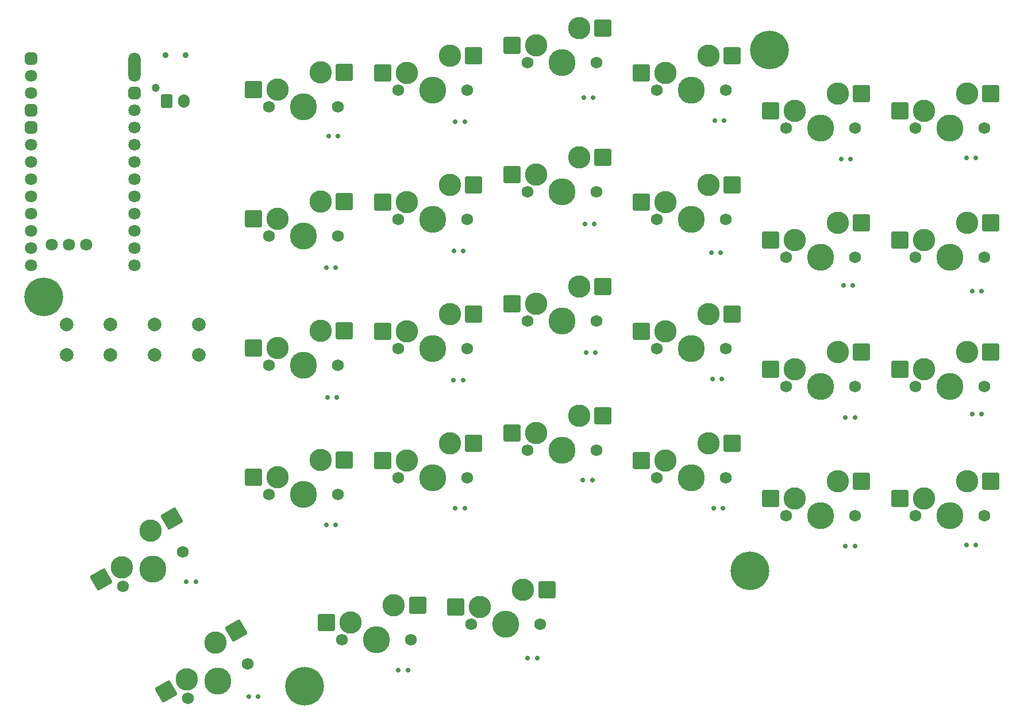
<source format=gbr>
%TF.GenerationSoftware,KiCad,Pcbnew,8.0.8*%
%TF.CreationDate,2025-02-12T11:53:30+01:00*%
%TF.ProjectId,PCB_d,5043425f-642e-46b6-9963-61645f706362,rev?*%
%TF.SameCoordinates,Original*%
%TF.FileFunction,Soldermask,Bot*%
%TF.FilePolarity,Negative*%
%FSLAX46Y46*%
G04 Gerber Fmt 4.6, Leading zero omitted, Abs format (unit mm)*
G04 Created by KiCad (PCBNEW 8.0.8) date 2025-02-12 11:53:30*
%MOMM*%
%LPD*%
G01*
G04 APERTURE LIST*
G04 Aperture macros list*
%AMRoundRect*
0 Rectangle with rounded corners*
0 $1 Rounding radius*
0 $2 $3 $4 $5 $6 $7 $8 $9 X,Y pos of 4 corners*
0 Add a 4 corners polygon primitive as box body*
4,1,4,$2,$3,$4,$5,$6,$7,$8,$9,$2,$3,0*
0 Add four circle primitives for the rounded corners*
1,1,$1+$1,$2,$3*
1,1,$1+$1,$4,$5*
1,1,$1+$1,$6,$7*
1,1,$1+$1,$8,$9*
0 Add four rect primitives between the rounded corners*
20,1,$1+$1,$2,$3,$4,$5,0*
20,1,$1+$1,$4,$5,$6,$7,0*
20,1,$1+$1,$6,$7,$8,$9,0*
20,1,$1+$1,$8,$9,$2,$3,0*%
G04 Aperture macros list end*
%ADD10C,5.700000*%
%ADD11C,1.200000*%
%ADD12RoundRect,0.250000X-0.600000X-0.750000X0.600000X-0.750000X0.600000X0.750000X-0.600000X0.750000X0*%
%ADD13O,1.700000X2.000000*%
%ADD14C,1.800000*%
%ADD15RoundRect,0.450000X-0.450000X-0.450000X0.450000X-0.450000X0.450000X0.450000X-0.450000X0.450000X0*%
%ADD16O,1.800000X4.340000*%
%ADD17C,2.000000*%
%ADD18C,0.900000*%
%ADD19RoundRect,0.150000X-0.150000X-0.200000X0.150000X-0.200000X0.150000X0.200000X-0.150000X0.200000X0*%
%ADD20C,1.750000*%
%ADD21C,3.987800*%
%ADD22C,3.300000*%
%ADD23RoundRect,0.250000X1.025000X1.000000X-1.025000X1.000000X-1.025000X-1.000000X1.025000X-1.000000X0*%
%ADD24RoundRect,0.250000X0.387676X1.378525X-1.387676X0.353525X-0.387676X-1.378525X1.387676X-0.353525X0*%
G04 APERTURE END LIST*
D10*
%TO.C,H4*%
X175310800Y-139192000D03*
%TD*%
%TO.C,H3*%
X243840000Y-45313600D03*
%TD*%
%TO.C,H2*%
X240944400Y-122123200D03*
%TD*%
%TO.C,H1*%
X136913250Y-81751100D03*
%TD*%
D11*
%TO.C,J3*%
X153449450Y-50909200D03*
D12*
X155049450Y-52909200D03*
D13*
X157549450Y-52909200D03*
%TD*%
D14*
%TO.C,U1*%
X135026400Y-49174400D03*
X135026400Y-51714400D03*
D15*
X135026400Y-54254400D03*
X135026400Y-56794400D03*
D14*
X135026400Y-59334400D03*
X135026400Y-61874400D03*
X135026400Y-64414400D03*
X135026400Y-66954400D03*
X135026400Y-69494400D03*
X135026400Y-72034400D03*
X135026400Y-74574400D03*
X135026400Y-77114400D03*
D16*
X150266400Y-47904400D03*
D15*
X150266400Y-51714400D03*
D14*
X150266400Y-54254400D03*
X150266400Y-56794400D03*
X150266400Y-59334400D03*
X150266400Y-61874400D03*
X150266400Y-64414400D03*
X150266400Y-66954400D03*
X150266400Y-69494400D03*
X150266400Y-72034400D03*
X150266400Y-74574400D03*
X150266400Y-77114400D03*
X138099800Y-74020680D03*
X140639800Y-74020680D03*
X143179800Y-74020680D03*
D15*
X135026400Y-46634400D03*
D14*
X150266400Y-46634400D03*
%TD*%
D17*
%TO.C,SW27*%
X146761200Y-90350700D03*
X140261200Y-90350700D03*
X146761200Y-85850700D03*
X140261200Y-85850700D03*
%TD*%
D18*
%TO.C,SW2*%
X157858900Y-46101450D03*
X154858900Y-46101450D03*
%TD*%
D17*
%TO.C,SW1*%
X159764800Y-90350700D03*
X153264800Y-90350700D03*
X159764800Y-85850700D03*
X153264800Y-85850700D03*
%TD*%
D19*
%TO.C,D34*%
X159300000Y-123725000D03*
X157900000Y-123725000D03*
%TD*%
D20*
%TO.C,SW24*%
X180212648Y-72771000D03*
D21*
X175132648Y-72771000D03*
D20*
X170052648Y-72771000D03*
D22*
X171322648Y-70231000D03*
D23*
X167772648Y-70231000D03*
X181222648Y-67691000D03*
D22*
X177672648Y-67691000D03*
%TD*%
D19*
%TO.C,D10*%
X217875000Y-52350000D03*
X216475000Y-52350000D03*
%TD*%
D20*
%TO.C,SW12*%
X237362648Y-70358000D03*
D21*
X232282648Y-70358000D03*
D20*
X227202648Y-70358000D03*
D22*
X228472648Y-67818000D03*
D23*
X224922648Y-67818000D03*
X238372648Y-65278000D03*
D22*
X234822648Y-65278000D03*
%TD*%
D20*
%TO.C,SW35*%
X157424409Y-119385000D03*
D21*
X153025000Y-121925000D03*
D20*
X148625591Y-124465000D03*
D22*
X148455443Y-121630295D03*
D24*
X145381053Y-123405295D03*
X155759095Y-114480591D03*
D22*
X152684705Y-116255591D03*
%TD*%
D20*
%TO.C,SW8*%
X275462472Y-114046000D03*
D21*
X270382472Y-114046000D03*
D20*
X265302472Y-114046000D03*
D22*
X266572472Y-111506000D03*
D23*
X263022472Y-111506000D03*
X276472472Y-108966000D03*
D22*
X272922472Y-108966000D03*
%TD*%
D20*
%TO.C,SW13*%
X237362648Y-89408000D03*
D21*
X232282648Y-89408000D03*
D20*
X227202648Y-89408000D03*
D22*
X228472648Y-86868000D03*
D23*
X224922648Y-86868000D03*
X238372648Y-84328000D03*
D22*
X234822648Y-84328000D03*
%TD*%
D20*
%TO.C,SW16*%
X218312472Y-66294000D03*
D21*
X213232472Y-66294000D03*
D20*
X208152472Y-66294000D03*
D22*
X209422472Y-63754000D03*
D23*
X205872472Y-63754000D03*
X219322472Y-61214000D03*
D22*
X215772472Y-61214000D03*
%TD*%
D20*
%TO.C,SW25*%
X180212472Y-91821000D03*
D21*
X175132472Y-91821000D03*
D20*
X170052472Y-91821000D03*
D22*
X171322472Y-89281000D03*
D23*
X167772472Y-89281000D03*
X181222472Y-86741000D03*
D22*
X177672472Y-86741000D03*
%TD*%
D19*
%TO.C,D19*%
X198750000Y-75025000D03*
X197350000Y-75025000D03*
%TD*%
%TO.C,D24*%
X180125000Y-96575000D03*
X178725000Y-96575000D03*
%TD*%
%TO.C,D23*%
X179950000Y-77475000D03*
X178550000Y-77475000D03*
%TD*%
%TO.C,D11*%
X218050000Y-70975000D03*
X216650000Y-70975000D03*
%TD*%
D20*
%TO.C,SW26*%
X180212648Y-110871000D03*
D21*
X175132648Y-110871000D03*
D20*
X170052648Y-110871000D03*
D22*
X171322648Y-108331000D03*
D23*
X167772648Y-108331000D03*
X181222648Y-105791000D03*
D22*
X177672648Y-105791000D03*
%TD*%
D20*
%TO.C,SW21*%
X199262648Y-89408000D03*
D21*
X194182648Y-89408000D03*
D20*
X189102648Y-89408000D03*
D22*
X190372648Y-86868000D03*
D23*
X186822648Y-86868000D03*
X200272648Y-84328000D03*
D22*
X196722648Y-84328000D03*
%TD*%
D20*
%TO.C,SW37*%
X191008000Y-132334000D03*
D21*
X185928000Y-132334000D03*
D20*
X180848000Y-132334000D03*
D22*
X182118000Y-129794000D03*
D23*
X178568000Y-129794000D03*
X192018000Y-127254000D03*
D22*
X188468000Y-127254000D03*
%TD*%
D19*
%TO.C,D36*%
X190550000Y-136775000D03*
X189150000Y-136775000D03*
%TD*%
D20*
%TO.C,SW7*%
X256412648Y-75946000D03*
D21*
X251332648Y-75946000D03*
D20*
X246252648Y-75946000D03*
D22*
X247522648Y-73406000D03*
D23*
X243972648Y-73406000D03*
X257422648Y-70866000D03*
D22*
X253872648Y-70866000D03*
%TD*%
D20*
%TO.C,SW20*%
X199262472Y-70358000D03*
D21*
X194182472Y-70358000D03*
D20*
X189102472Y-70358000D03*
D22*
X190372472Y-67818000D03*
D23*
X186822472Y-67818000D03*
X200272472Y-65278000D03*
D22*
X196722472Y-65278000D03*
%TD*%
D19*
%TO.C,D12*%
X218200000Y-89950000D03*
X216800000Y-89950000D03*
%TD*%
D20*
%TO.C,SW38*%
X210080000Y-130000000D03*
D21*
X205000000Y-130000000D03*
D20*
X199920000Y-130000000D03*
D22*
X201190000Y-127460000D03*
D23*
X197640000Y-127460000D03*
X211090000Y-124920000D03*
D22*
X207540000Y-124920000D03*
%TD*%
D19*
%TO.C,D20*%
X198700000Y-94000000D03*
X197300000Y-94000000D03*
%TD*%
%TO.C,D8*%
X236850000Y-93825000D03*
X235450000Y-93825000D03*
%TD*%
D20*
%TO.C,SW19*%
X199262472Y-51308000D03*
D21*
X194182472Y-51308000D03*
D20*
X189102472Y-51308000D03*
D22*
X190372472Y-48768000D03*
D23*
X186822472Y-48768000D03*
X200272472Y-46228000D03*
D22*
X196722472Y-46228000D03*
%TD*%
D20*
%TO.C,SW17*%
X218312472Y-85344000D03*
D21*
X213232472Y-85344000D03*
D20*
X208152472Y-85344000D03*
D22*
X209422472Y-82804000D03*
D23*
X205872472Y-82804000D03*
X219322472Y-80264000D03*
D22*
X215772472Y-80264000D03*
%TD*%
D19*
%TO.C,D25*%
X179950000Y-115375000D03*
X178550000Y-115375000D03*
%TD*%
%TO.C,D5*%
X256450000Y-118475000D03*
X255050000Y-118475000D03*
%TD*%
%TO.C,D2*%
X275100000Y-99025000D03*
X273700000Y-99025000D03*
%TD*%
%TO.C,D13*%
X274275000Y-61250000D03*
X272875000Y-61250000D03*
%TD*%
%TO.C,D21*%
X198925000Y-112950000D03*
X197525000Y-112950000D03*
%TD*%
D20*
%TO.C,SW36*%
X166959409Y-135890000D03*
D21*
X162560000Y-138430000D03*
D20*
X158160591Y-140970000D03*
D22*
X157990443Y-138135295D03*
D24*
X154916053Y-139910295D03*
X165294095Y-130985591D03*
D22*
X162219705Y-132760591D03*
%TD*%
D20*
%TO.C,SW9*%
X256412648Y-94996000D03*
D21*
X251332648Y-94996000D03*
D20*
X246252648Y-94996000D03*
D22*
X247522648Y-92456000D03*
D23*
X243972648Y-92456000D03*
X257422648Y-89916000D03*
D22*
X253872648Y-89916000D03*
%TD*%
D19*
%TO.C,D3*%
X274275000Y-118300000D03*
X272875000Y-118300000D03*
%TD*%
%TO.C,D17*%
X217725000Y-108750000D03*
X216325000Y-108750000D03*
%TD*%
%TO.C,D14*%
X275100000Y-80875000D03*
X273700000Y-80875000D03*
%TD*%
D20*
%TO.C,SW22*%
X199262648Y-108458000D03*
D21*
X194182648Y-108458000D03*
D20*
X189102648Y-108458000D03*
D22*
X190372648Y-105918000D03*
D23*
X186822648Y-105918000D03*
X200272648Y-103378000D03*
D22*
X196722648Y-103378000D03*
%TD*%
D19*
%TO.C,D4*%
X256450000Y-99500000D03*
X255050000Y-99500000D03*
%TD*%
D20*
%TO.C,SW6*%
X256412648Y-56896000D03*
D21*
X251332648Y-56896000D03*
D20*
X246252648Y-56896000D03*
D22*
X247522648Y-54356000D03*
D23*
X243972648Y-54356000D03*
X257422648Y-51816000D03*
D22*
X253872648Y-51816000D03*
%TD*%
D20*
%TO.C,SW18*%
X218312648Y-104394000D03*
D21*
X213232648Y-104394000D03*
D20*
X208152648Y-104394000D03*
D22*
X209422648Y-101854000D03*
D23*
X205872648Y-101854000D03*
X219322648Y-99314000D03*
D22*
X215772648Y-99314000D03*
%TD*%
D19*
%TO.C,D7*%
X236675000Y-75200000D03*
X235275000Y-75200000D03*
%TD*%
%TO.C,D6*%
X237175000Y-55750000D03*
X235775000Y-55750000D03*
%TD*%
D20*
%TO.C,SW3*%
X275462648Y-94996000D03*
D21*
X270382648Y-94996000D03*
D20*
X265302648Y-94996000D03*
D22*
X266572648Y-92456000D03*
D23*
X263022648Y-92456000D03*
X276472648Y-89916000D03*
D22*
X272922648Y-89916000D03*
%TD*%
D20*
%TO.C,SW10*%
X256412472Y-114046000D03*
D21*
X251332472Y-114046000D03*
D20*
X246252472Y-114046000D03*
D22*
X247522472Y-111506000D03*
D23*
X243972472Y-111506000D03*
X257422472Y-108966000D03*
D22*
X253872472Y-108966000D03*
%TD*%
D19*
%TO.C,D37*%
X209625000Y-135000000D03*
X208225000Y-135000000D03*
%TD*%
D20*
%TO.C,SW14*%
X237362472Y-108458000D03*
D21*
X232282472Y-108458000D03*
D20*
X227202472Y-108458000D03*
D22*
X228472472Y-105918000D03*
D23*
X224922472Y-105918000D03*
X238372472Y-103378000D03*
D22*
X234822472Y-103378000D03*
%TD*%
D20*
%TO.C,SW4*%
X275462472Y-56896000D03*
D21*
X270382472Y-56896000D03*
D20*
X265302472Y-56896000D03*
D22*
X266572472Y-54356000D03*
D23*
X263022472Y-54356000D03*
X276472472Y-51816000D03*
D22*
X272922472Y-51816000D03*
%TD*%
D20*
%TO.C,SW23*%
X180212648Y-53721000D03*
D21*
X175132648Y-53721000D03*
D20*
X170052648Y-53721000D03*
D22*
X171322648Y-51181000D03*
D23*
X167772648Y-51181000D03*
X181222648Y-48641000D03*
D22*
X177672648Y-48641000D03*
%TD*%
D19*
%TO.C,D9*%
X237000000Y-112950000D03*
X235600000Y-112950000D03*
%TD*%
%TO.C,D18*%
X198925000Y-55900000D03*
X197525000Y-55900000D03*
%TD*%
D20*
%TO.C,SW5*%
X275462472Y-75946000D03*
D21*
X270382472Y-75946000D03*
D20*
X265302472Y-75946000D03*
D22*
X266572472Y-73406000D03*
D23*
X263022472Y-73406000D03*
X276472472Y-70866000D03*
D22*
X272922472Y-70866000D03*
%TD*%
D19*
%TO.C,D15*%
X255800000Y-61425000D03*
X254400000Y-61425000D03*
%TD*%
%TO.C,D16*%
X256125000Y-80050000D03*
X254725000Y-80050000D03*
%TD*%
%TO.C,D22*%
X180275000Y-58025000D03*
X178875000Y-58025000D03*
%TD*%
%TO.C,D35*%
X168525000Y-140725000D03*
X167125000Y-140725000D03*
%TD*%
D20*
%TO.C,SW15*%
X218312648Y-47244000D03*
D21*
X213232648Y-47244000D03*
D20*
X208152648Y-47244000D03*
D22*
X209422648Y-44704000D03*
D23*
X205872648Y-44704000D03*
X219322648Y-42164000D03*
D22*
X215772648Y-42164000D03*
%TD*%
D20*
%TO.C,SW11*%
X237362648Y-51308000D03*
D21*
X232282648Y-51308000D03*
D20*
X227202648Y-51308000D03*
D22*
X228472648Y-48768000D03*
D23*
X224922648Y-48768000D03*
X238372648Y-46228000D03*
D22*
X234822648Y-46228000D03*
%TD*%
M02*

</source>
